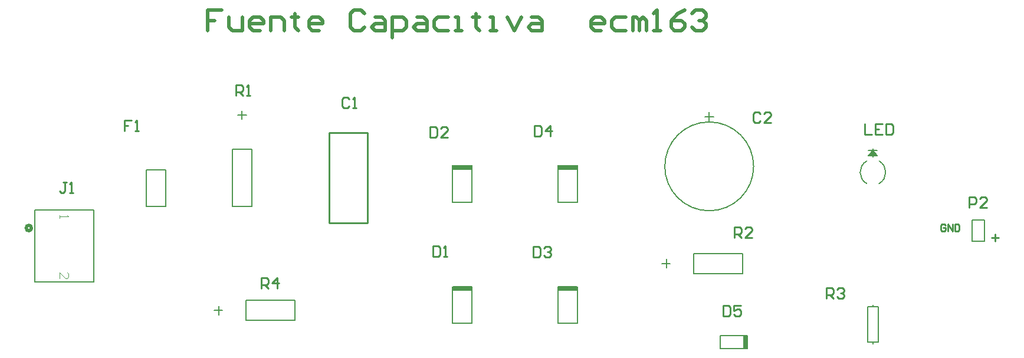
<source format=gto>
%FSLAX24Y24*%
%MOIN*%
G70*
G01*
G75*
G04 Layer_Color=65535*
%ADD10C,0.2362*%
%ADD11C,0.0630*%
%ADD12C,0.0787*%
%ADD13C,0.0627*%
%ADD14R,0.0627X0.0627*%
%ADD15C,0.0591*%
%ADD16R,0.0591X0.0591*%
%ADD17R,0.0787X0.0787*%
%ADD18C,0.0540*%
%ADD19R,0.0540X0.0540*%
%ADD20C,0.0551*%
%ADD21R,0.0394X0.0394*%
%ADD22C,0.0394*%
%ADD23R,0.0591X0.0591*%
%ADD24C,0.0480*%
%ADD25R,0.0540X0.0540*%
%ADD26C,0.0400*%
%ADD27C,0.0200*%
%ADD28C,0.0060*%
%ADD29C,0.0100*%
%ADD30C,0.0079*%
%ADD31C,0.0197*%
%ADD32C,0.0030*%
%ADD33R,0.1102X0.0315*%
%ADD34R,0.0315X0.0748*%
D27*
X2198Y13853D02*
G03*
X2198Y13853I-150J0D01*
G01*
D28*
X50092Y16365D02*
G03*
X50092Y17641I-344J638D01*
G01*
X49404D02*
G03*
X49404Y16365I344J-638D01*
G01*
X43008Y17338D02*
G03*
X43008Y17338I-2510J0D01*
G01*
X2378Y14857D02*
X5708D01*
Y10817D02*
Y14857D01*
X2378Y10817D02*
X5708D01*
X2378D02*
Y14857D01*
X13556Y18310D02*
X14640D01*
Y15060D02*
Y18310D01*
X13556Y15060D02*
X14640D01*
X13556D02*
Y18310D01*
X13848Y20230D02*
X14348D01*
X14098Y20011D02*
Y20480D01*
X39608Y11288D02*
Y12418D01*
X42388D01*
Y11288D02*
Y12418D01*
X39608Y11288D02*
X42388D01*
X38078Y11603D02*
Y12103D01*
X37828Y11853D02*
X38297D01*
X49498Y17928D02*
X49998D01*
X49698D02*
X49748Y18228D01*
X49648Y17928D02*
X49748Y18228D01*
X49598Y17928D02*
X49748Y18228D01*
X49548Y17928D02*
X49748Y18228D01*
X49498Y17928D02*
X49748Y18228D01*
X49798Y17928D01*
X49748Y18228D02*
X49848Y17928D01*
X49748Y18228D02*
X49898Y17928D01*
X49748Y18228D02*
X49948Y17928D01*
X49748Y18228D02*
X49998Y17928D01*
X49498Y18228D02*
X49998D01*
X49748Y17874D02*
Y18328D01*
X40248Y20148D02*
X40748D01*
X40498Y19898D02*
Y20398D01*
X14308Y8638D02*
Y9768D01*
X17088D01*
Y8638D02*
Y9768D01*
X14308Y8638D02*
X17088D01*
X12778Y8953D02*
Y9453D01*
X12528Y9203D02*
X12997D01*
D29*
X20118Y19244D02*
X21181D01*
Y14126D02*
Y19244D01*
X19015Y14126D02*
X21181D01*
X19015D02*
Y19244D01*
X20118D01*
X53845Y14009D02*
X53779Y14075D01*
X53648D01*
X53583Y14009D01*
Y13747D01*
X53648Y13681D01*
X53779D01*
X53845Y13747D01*
Y13878D01*
X53714D01*
X53976Y13681D02*
Y14075D01*
X54239Y13681D01*
Y14075D01*
X54370D02*
Y13681D01*
X54567D01*
X54632Y13747D01*
Y14009D01*
X54567Y14075D01*
X54370D01*
X56467Y13292D02*
X56866D01*
X56666Y13492D02*
Y13092D01*
X4170Y16456D02*
X3970D01*
X4070D01*
Y15956D01*
X3970Y15856D01*
X3870D01*
X3770Y15956D01*
X4369Y15856D02*
X4569D01*
X4469D01*
Y16456D01*
X4369Y16356D01*
X13748Y21353D02*
Y21953D01*
X14048D01*
X14148Y21853D01*
Y21653D01*
X14048Y21553D01*
X13748D01*
X13948D02*
X14148Y21353D01*
X14348D02*
X14548D01*
X14448D01*
Y21953D01*
X14348Y21853D01*
X20148Y21153D02*
X20048Y21253D01*
X19848D01*
X19748Y21153D01*
Y20753D01*
X19848Y20653D01*
X20048D01*
X20148Y20753D01*
X20348Y20653D02*
X20548D01*
X20448D01*
Y21253D01*
X20348Y21153D01*
X7841Y19950D02*
X7441D01*
Y19650D01*
X7641D01*
X7441D01*
Y19350D01*
X8041D02*
X8241D01*
X8141D01*
Y19950D01*
X8041Y19850D01*
X24734Y19576D02*
Y18976D01*
X25034D01*
X25134Y19076D01*
Y19476D01*
X25034Y19576D01*
X24734D01*
X25734Y18976D02*
X25334D01*
X25734Y19376D01*
Y19476D01*
X25634Y19576D01*
X25434D01*
X25334Y19476D01*
X24898Y12853D02*
Y12253D01*
X25198D01*
X25298Y12353D01*
Y12753D01*
X25198Y12853D01*
X24898D01*
X25498Y12253D02*
X25698D01*
X25598D01*
Y12853D01*
X25498Y12753D01*
X41929Y13317D02*
Y13917D01*
X42229D01*
X42329Y13817D01*
Y13617D01*
X42229Y13517D01*
X41929D01*
X42129D02*
X42329Y13317D01*
X42929D02*
X42529D01*
X42929Y13717D01*
Y13817D01*
X42829Y13917D01*
X42629D01*
X42529Y13817D01*
X47106Y9882D02*
Y10482D01*
X47406D01*
X47506Y10382D01*
Y10182D01*
X47406Y10082D01*
X47106D01*
X47306D02*
X47506Y9882D01*
X47706Y10382D02*
X47806Y10482D01*
X48006D01*
X48106Y10382D01*
Y10282D01*
X48006Y10182D01*
X47906D01*
X48006D01*
X48106Y10082D01*
Y9982D01*
X48006Y9882D01*
X47806D01*
X47706Y9982D01*
X30610Y19655D02*
Y19055D01*
X30910D01*
X31010Y19155D01*
Y19555D01*
X30910Y19655D01*
X30610D01*
X31510Y19055D02*
Y19655D01*
X31210Y19355D01*
X31610D01*
X30548Y12803D02*
Y12203D01*
X30848D01*
X30948Y12303D01*
Y12703D01*
X30848Y12803D01*
X30548D01*
X31148Y12703D02*
X31248Y12803D01*
X31448D01*
X31548Y12703D01*
Y12603D01*
X31448Y12503D01*
X31348D01*
X31448D01*
X31548Y12403D01*
Y12303D01*
X31448Y12203D01*
X31248D01*
X31148Y12303D01*
X55198Y15003D02*
Y15603D01*
X55498D01*
X55598Y15503D01*
Y15303D01*
X55498Y15203D01*
X55198D01*
X56198Y15003D02*
X55798D01*
X56198Y15403D01*
Y15503D01*
X56098Y15603D01*
X55898D01*
X55798Y15503D01*
X41280Y9488D02*
Y8888D01*
X41579D01*
X41679Y8988D01*
Y9388D01*
X41579Y9488D01*
X41280D01*
X42279D02*
X41879D01*
Y9188D01*
X42079Y9288D01*
X42179D01*
X42279Y9188D01*
Y8988D01*
X42179Y8888D01*
X41979D01*
X41879Y8988D01*
X49298Y19753D02*
Y19153D01*
X49698D01*
X50298Y19753D02*
X49898D01*
Y19153D01*
X50298D01*
X49898Y19453D02*
X50098D01*
X50498Y19753D02*
Y19153D01*
X50798D01*
X50898Y19253D01*
Y19653D01*
X50798Y19753D01*
X50498D01*
X43398Y20303D02*
X43298Y20403D01*
X43098D01*
X42998Y20303D01*
Y19903D01*
X43098Y19803D01*
X43298D01*
X43398Y19903D01*
X43998Y19803D02*
X43598D01*
X43998Y20203D01*
Y20303D01*
X43898Y20403D01*
X43698D01*
X43598Y20303D01*
X15198Y10453D02*
Y11053D01*
X15498D01*
X15598Y10953D01*
Y10753D01*
X15498Y10653D01*
X15198D01*
X15398D02*
X15598Y10453D01*
X16098D02*
Y11053D01*
X15798Y10753D01*
X16198D01*
D30*
X9799Y15060D02*
Y17146D01*
X8697Y15060D02*
Y17146D01*
Y15060D02*
X9799D01*
X8697Y17146D02*
X9799D01*
X27099Y15310D02*
Y17396D01*
X25997Y15310D02*
Y17396D01*
Y15310D02*
X27099D01*
Y8460D02*
Y10546D01*
X25997Y8460D02*
Y10546D01*
Y8460D02*
X27099D01*
X49448Y9403D02*
X49748D01*
X49448Y7403D02*
Y9403D01*
Y7403D02*
X50048D01*
Y9403D01*
X49748D02*
X50048D01*
X49748Y7313D02*
Y7403D01*
Y9403D02*
Y9493D01*
X33049Y15310D02*
Y17396D01*
X31947Y15310D02*
Y17396D01*
Y15310D02*
X33049D01*
Y8460D02*
Y10546D01*
X31947Y8460D02*
Y10546D01*
Y8460D02*
X33049D01*
X56052Y13099D02*
Y14307D01*
X55344Y13099D02*
X56052D01*
X55344D02*
Y14307D01*
X56052D01*
X41130Y7029D02*
Y7777D01*
X42666D01*
X41130Y7029D02*
X42666D01*
D31*
X12953Y26181D02*
X12165D01*
Y25590D01*
X12559D01*
X12165D01*
Y25000D01*
X13346Y25787D02*
Y25197D01*
X13543Y25000D01*
X14133D01*
Y25787D01*
X15117Y25000D02*
X14724D01*
X14527Y25197D01*
Y25590D01*
X14724Y25787D01*
X15117D01*
X15314Y25590D01*
Y25394D01*
X14527D01*
X15708Y25000D02*
Y25787D01*
X16298D01*
X16495Y25590D01*
Y25000D01*
X17085Y25984D02*
Y25787D01*
X16888D01*
X17282D01*
X17085D01*
Y25197D01*
X17282Y25000D01*
X18463D02*
X18069D01*
X17872Y25197D01*
Y25590D01*
X18069Y25787D01*
X18463D01*
X18659Y25590D01*
Y25394D01*
X17872D01*
X21021Y25984D02*
X20824Y26181D01*
X20430D01*
X20234Y25984D01*
Y25197D01*
X20430Y25000D01*
X20824D01*
X21021Y25197D01*
X21611Y25787D02*
X22005D01*
X22201Y25590D01*
Y25000D01*
X21611D01*
X21414Y25197D01*
X21611Y25394D01*
X22201D01*
X22595Y24606D02*
Y25787D01*
X23185D01*
X23382Y25590D01*
Y25197D01*
X23185Y25000D01*
X22595D01*
X23973Y25787D02*
X24366D01*
X24563Y25590D01*
Y25000D01*
X23973D01*
X23776Y25197D01*
X23973Y25394D01*
X24563D01*
X25744Y25787D02*
X25153D01*
X24956Y25590D01*
Y25197D01*
X25153Y25000D01*
X25744D01*
X26137D02*
X26531D01*
X26334D01*
Y25787D01*
X26137D01*
X27318Y25984D02*
Y25787D01*
X27121D01*
X27515D01*
X27318D01*
Y25197D01*
X27515Y25000D01*
X28105D02*
X28499D01*
X28302D01*
Y25787D01*
X28105D01*
X29089D02*
X29483Y25000D01*
X29876Y25787D01*
X30467D02*
X30860D01*
X31057Y25590D01*
Y25000D01*
X30467D01*
X30270Y25197D01*
X30467Y25394D01*
X31057D01*
X34402Y25000D02*
X34009D01*
X33812Y25197D01*
Y25590D01*
X34009Y25787D01*
X34402D01*
X34599Y25590D01*
Y25394D01*
X33812D01*
X35780Y25787D02*
X35189D01*
X34993Y25590D01*
Y25197D01*
X35189Y25000D01*
X35780D01*
X36173D02*
Y25787D01*
X36370D01*
X36567Y25590D01*
Y25000D01*
Y25590D01*
X36764Y25787D01*
X36960Y25590D01*
Y25000D01*
X37354D02*
X37748D01*
X37551D01*
Y26181D01*
X37354Y25984D01*
X39125Y26181D02*
X38732Y25984D01*
X38338Y25590D01*
Y25197D01*
X38535Y25000D01*
X38928D01*
X39125Y25197D01*
Y25394D01*
X38928Y25590D01*
X38338D01*
X39519Y25984D02*
X39715Y26181D01*
X40109D01*
X40306Y25984D01*
Y25787D01*
X40109Y25590D01*
X39912D01*
X40109D01*
X40306Y25394D01*
Y25197D01*
X40109Y25000D01*
X39715D01*
X39519Y25197D01*
D32*
X3798Y11015D02*
Y11348D01*
X4131Y11015D01*
X4215D01*
X4298Y11098D01*
Y11265D01*
X4215Y11348D01*
X3798Y11015D02*
Y11348D01*
X4131Y11015D01*
X4215D01*
X4298Y11098D01*
Y11265D01*
X4215Y11348D01*
X3798Y14577D02*
Y14410D01*
Y14493D01*
X4298D01*
X4215Y14577D01*
X3798D02*
Y14410D01*
Y14493D01*
X4298D01*
X4215Y14577D01*
D33*
X26548Y17278D02*
D03*
Y10428D02*
D03*
X32498Y17278D02*
D03*
Y10428D02*
D03*
D34*
X42548Y7403D02*
D03*
M02*

</source>
